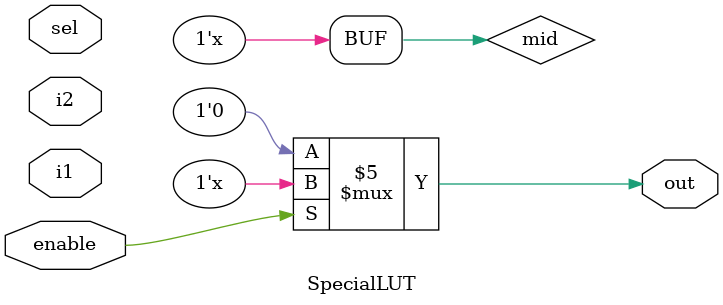
<source format=sv>
`timescale 1ns / 1ps

(* DONT_TOUCH = "yes" *)
module SpecialLUT(
    input logic sel,
    input logic enable,
    input logic i1,
    input logic i2,
    output logic out
    );
    
    (* DONT_TOUCH = "yes" *) logic internal1, internal2;  
    (* DONT_TOUCH = "yes" *) logic mid;
    
    
    always_comb begin
        internal1 <= ~i1;
        internal2 <= ~i2;
        case(sel)
            1: mid <= internal1;
            default: mid <= internal2;
        endcase
        
        case(enable)
            1: out <= mid;
            default: out <= 0;
        endcase
    end

endmodule
</source>
